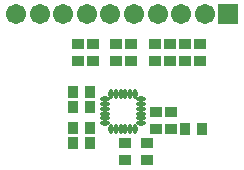
<source format=gts>
G04*
G04 #@! TF.GenerationSoftware,Altium Limited,Altium Designer,20.0.13 (296)*
G04*
G04 Layer_Color=8388736*
%FSLAX25Y25*%
%MOIN*%
G70*
G01*
G75*
%ADD19R,0.03753X0.03950*%
%ADD20R,0.03950X0.03753*%
G04:AMPARAMS|DCode=21|XSize=31.62mil|YSize=17.06mil|CornerRadius=8.53mil|HoleSize=0mil|Usage=FLASHONLY|Rotation=270.000|XOffset=0mil|YOffset=0mil|HoleType=Round|Shape=RoundedRectangle|*
%AMROUNDEDRECTD21*
21,1,0.03162,0.00000,0,0,270.0*
21,1,0.01456,0.01706,0,0,270.0*
1,1,0.01706,0.00000,-0.00728*
1,1,0.01706,0.00000,0.00728*
1,1,0.01706,0.00000,0.00728*
1,1,0.01706,0.00000,-0.00728*
%
%ADD21ROUNDEDRECTD21*%
G04:AMPARAMS|DCode=22|XSize=31.62mil|YSize=17.06mil|CornerRadius=8.53mil|HoleSize=0mil|Usage=FLASHONLY|Rotation=180.000|XOffset=0mil|YOffset=0mil|HoleType=Round|Shape=RoundedRectangle|*
%AMROUNDEDRECTD22*
21,1,0.03162,0.00000,0,0,180.0*
21,1,0.01456,0.01706,0,0,180.0*
1,1,0.01706,-0.00728,0.00000*
1,1,0.01706,0.00728,0.00000*
1,1,0.01706,0.00728,0.00000*
1,1,0.01706,-0.00728,0.00000*
%
%ADD22ROUNDEDRECTD22*%
%ADD23C,0.06706*%
%ADD24R,0.06706X0.06706*%
D19*
X466000Y239500D02*
D03*
X471709D02*
D03*
X428791Y252000D02*
D03*
X434500D02*
D03*
X428791Y247000D02*
D03*
X434500D02*
D03*
X428646Y240000D02*
D03*
X434354D02*
D03*
X428646Y235000D02*
D03*
X434354D02*
D03*
D20*
X461500Y245354D02*
D03*
Y239646D02*
D03*
X456500Y245354D02*
D03*
Y239646D02*
D03*
X453500Y229146D02*
D03*
Y234854D02*
D03*
X446000Y229146D02*
D03*
Y234854D02*
D03*
X471000Y267854D02*
D03*
Y262146D02*
D03*
X466000Y267854D02*
D03*
Y262146D02*
D03*
X461000Y267854D02*
D03*
Y262146D02*
D03*
X456000Y267854D02*
D03*
Y262146D02*
D03*
X448000Y267854D02*
D03*
Y262146D02*
D03*
X443000Y267854D02*
D03*
Y262146D02*
D03*
X435500Y267854D02*
D03*
Y262146D02*
D03*
X430500Y267854D02*
D03*
Y262146D02*
D03*
D21*
X441563Y251406D02*
D03*
X443138D02*
D03*
X444713D02*
D03*
X446287D02*
D03*
X447862D02*
D03*
X449437D02*
D03*
Y239594D02*
D03*
X447862D02*
D03*
X446287D02*
D03*
X444713D02*
D03*
X443138D02*
D03*
X441563D02*
D03*
D22*
X451406Y249437D02*
D03*
Y247862D02*
D03*
Y246287D02*
D03*
Y244713D02*
D03*
Y243138D02*
D03*
Y241563D02*
D03*
X439594D02*
D03*
Y243138D02*
D03*
Y244713D02*
D03*
Y246287D02*
D03*
Y247862D02*
D03*
Y249437D02*
D03*
D23*
X464874Y278000D02*
D03*
X409756D02*
D03*
X417630D02*
D03*
X425504D02*
D03*
X433378D02*
D03*
X441252D02*
D03*
X449126D02*
D03*
X457000D02*
D03*
X472748D02*
D03*
D24*
X480622D02*
D03*
M02*

</source>
